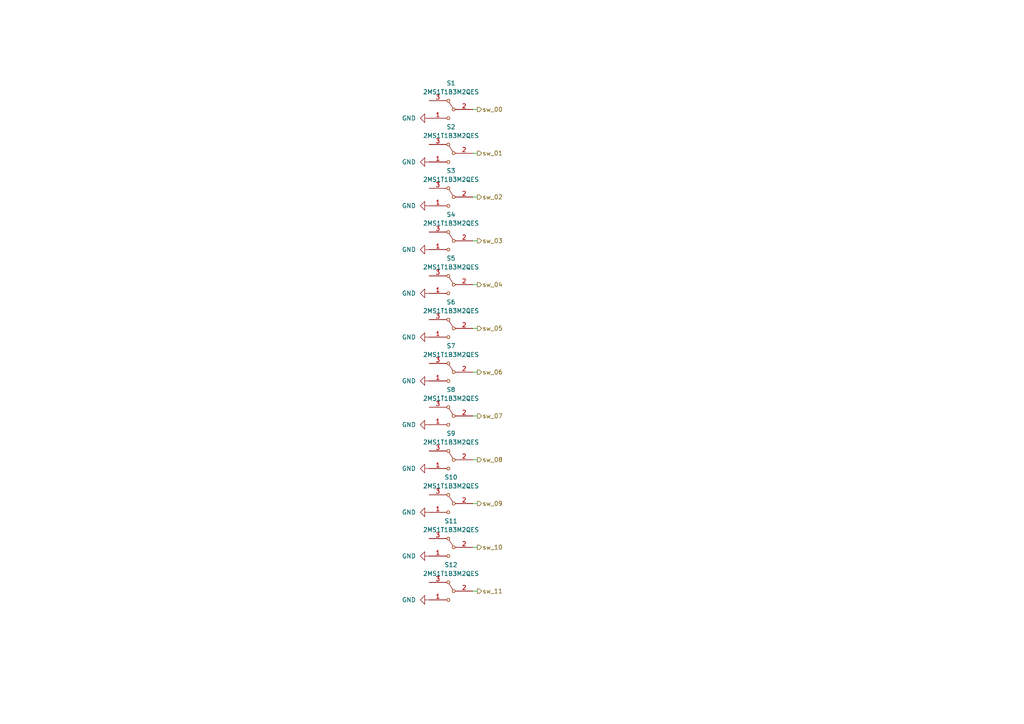
<source format=kicad_sch>
(kicad_sch (version 20250114) (generator "eeschema") (generator_version "9.0")
  (paper "A4")
  (title_block (title "lx-deciim") (date "2025-06-17") (rev "v1.0.0") (company "Lucas Bonvin") (comment 1 "This project is licensed under the CC BY-NC 4.0 License."))
  (lib_symbols
    (symbol "2MS1T1B3M2QES:2MS1T1B3M2QES"
      (property "Reference" "S" (at -0.508 7.874 0))
      (property "Value" "2MS1T1B3M2QES" (at -0.254 6.096 0))
      (symbol "2MS1T1B3M2QES_1_1"
        (circle (center 5.588 0) (radius 0.4399) (fill (type background)))
        (polyline (pts (xy 5.842 0.508) (xy 6.858 2.032)))
        (circle (center 7.112 2.54) (radius 0.4399) (fill (type background)))
        (circle (center 7.112 -2.54) (radius 0.4399) (fill (type background)))
        (pin passive line (at 0 0 0) (length 5.08) (name "") (number "2"))
        (pin passive line (at 12.7 2.54 180) (length 5.08) (name "") (number "3"))
        (pin passive line (at 12.7 -2.54 180) (length 5.08) (name "") (number "1"))
      )
    )
    (symbol "power:GNDS" (power) (pin_names (offset 0))
      (property "Value" "GNDS" (at 0 -3.81 0))
      (symbol "GNDS_0_1"
        (polyline (pts (xy 0 0) (xy 0 -1.27) (xy 1.27 -1.27) (xy 0 -2.54) (xy -1.27 -1.27) (xy 0 -1.27)))
      )
      (symbol "GNDS_1_1"
        (pin power_in line (at 0 0 270) (length 0) (hide yes) (name "GNDS") (number "1"))
      )
    )
  )
  (wire (pts (xy 138.43 44.45) (xy 137.16 44.45)))
  (wire (pts (xy 138.43 120.65) (xy 137.16 120.65)))
  (wire (pts (xy 138.43 95.25) (xy 137.16 95.25)))
  (wire (pts (xy 138.43 69.85) (xy 137.16 69.85)))
  (wire (pts (xy 138.43 31.75) (xy 137.16 31.75)))
  (wire (pts (xy 138.43 146.05) (xy 137.16 146.05)))
  (wire (pts (xy 138.43 82.55) (xy 137.16 82.55)))
  (wire (pts (xy 138.43 57.15) (xy 137.16 57.15)))
  (wire (pts (xy 138.43 171.45) (xy 137.16 171.45)))
  (wire (pts (xy 138.43 107.95) (xy 137.16 107.95)))
  (wire (pts (xy 138.43 158.75) (xy 137.16 158.75)))
  (wire (pts (xy 138.43 133.35) (xy 137.16 133.35)))
  (hierarchical_label "sw_07" (shape output) (at 138.43 120.65 0))
  (hierarchical_label "sw_00" (shape output) (at 138.43 31.75 0))
  (hierarchical_label "sw_10" (shape output) (at 138.43 158.75 0))
  (hierarchical_label "sw_06" (shape output) (at 138.43 107.95 0))
  (hierarchical_label "sw_08" (shape output) (at 138.43 133.35 0))
  (hierarchical_label "sw_03" (shape output) (at 138.43 69.85 0))
  (hierarchical_label "sw_02" (shape output) (at 138.43 57.15 0))
  (hierarchical_label "sw_09" (shape output) (at 138.43 146.05 0))
  (hierarchical_label "sw_11" (shape output) (at 138.43 171.45 0))
  (hierarchical_label "sw_01" (shape output) (at 138.43 44.45 0))
  (hierarchical_label "sw_04" (shape output) (at 138.43 82.55 0))
  (hierarchical_label "sw_05" (shape output) (at 138.43 95.25 0))
  (symbol (lib_id "2MS1T1B3M2QES:2MS1T1B3M2QES") (at 137.16 57.15 0) (mirror y) (unit 1)
    (property "Reference" "S3" (at 130.81 49.53 0))
    (property "Value" "2MS1T1B3M2QES" (at 130.81 52.07 0))
    (property "Footprint" "2MS1T1B3M2QES" (effects (hide yes)))
    (property "Datasheet" "https://www.mouser.it/datasheet/2/979/Dailywell_01132020_2M_Series-1708785.pdf" (effects (hide yes)))
    (property "Description" "Toggle Switches SPDT ON-ON" (effects (hide yes)))
    (property "Height" "23.63" (effects (hide yes)))
    (property "Mouser Part Number" "118-2MS1T1B3M2QES" (effects (hide yes)))
    (property "Mouser Price/Stock" "https://www.mouser.co.uk/ProductDetail/Dailywell/2MS1T1B3M2QES?qs=B6kkDfuK7%2FC8dKx8sZvGxg%3D%3D" (effects (hide yes)))
    (property "Manufacturer_Name" "Dailywell" (effects (hide yes)))
    (property "Manufacturer_Part_Number" "2MS1T1B3M2QES" (effects (hide yes)))
  )
  (symbol (lib_id "power:GNDS") (at 124.46 34.29 270) (unit 1)
    (property "Reference" "#PWR071" (effects (hide yes)))
    (property "Value" "GND" (at 120.65 34.2899 90) (effects (justify right)))
  )
  (symbol (lib_id "power:GNDS") (at 124.46 72.39 270) (unit 1)
    (property "Reference" "#PWR074" (effects (hide yes)))
    (property "Value" "GND" (at 120.65 72.3899 90) (effects (justify right)))
  )
  (symbol (lib_id "power:GNDS") (at 124.46 123.19 270) (unit 1)
    (property "Reference" "#PWR078" (effects (hide yes)))
    (property "Value" "GND" (at 120.65 123.1899 90) (effects (justify right)))
  )
  (symbol (lib_id "power:GNDS") (at 124.46 46.99 270) (unit 1)
    (property "Reference" "#PWR072" (effects (hide yes)))
    (property "Value" "GND" (at 120.65 46.9899 90) (effects (justify right)))
  )
  (symbol (lib_id "power:GNDS") (at 124.46 135.89 270) (unit 1)
    (property "Reference" "#PWR079" (effects (hide yes)))
    (property "Value" "GND" (at 120.65 135.8899 90) (effects (justify right)))
  )
  (symbol (lib_id "2MS1T1B3M2QES:2MS1T1B3M2QES") (at 137.16 133.35 0) (mirror y) (unit 1)
    (property "Reference" "S9" (at 130.81 125.73 0))
    (property "Value" "2MS1T1B3M2QES" (at 130.81 128.27 0))
    (property "Footprint" "2MS1T1B3M2QES" (effects (hide yes)))
    (property "Datasheet" "https://www.mouser.it/datasheet/2/979/Dailywell_01132020_2M_Series-1708785.pdf" (effects (hide yes)))
    (property "Description" "Toggle Switches SPDT ON-ON" (effects (hide yes)))
    (property "Height" "23.63" (effects (hide yes)))
    (property "Mouser Part Number" "118-2MS1T1B3M2QES" (effects (hide yes)))
    (property "Mouser Price/Stock" "https://www.mouser.co.uk/ProductDetail/Dailywell/2MS1T1B3M2QES?qs=B6kkDfuK7%2FC8dKx8sZvGxg%3D%3D" (effects (hide yes)))
    (property "Manufacturer_Name" "Dailywell" (effects (hide yes)))
    (property "Manufacturer_Part_Number" "2MS1T1B3M2QES" (effects (hide yes)))
  )
  (symbol (lib_id "power:GNDS") (at 124.46 110.49 270) (unit 1)
    (property "Reference" "#PWR077" (effects (hide yes)))
    (property "Value" "GND" (at 120.65 110.4899 90) (effects (justify right)))
  )
  (symbol (lib_id "2MS1T1B3M2QES:2MS1T1B3M2QES") (at 137.16 82.55 0) (mirror y) (unit 1)
    (property "Reference" "S5" (at 130.81 74.93 0))
    (property "Value" "2MS1T1B3M2QES" (at 130.81 77.47 0))
    (property "Footprint" "2MS1T1B3M2QES" (effects (hide yes)))
    (property "Datasheet" "https://www.mouser.it/datasheet/2/979/Dailywell_01132020_2M_Series-1708785.pdf" (effects (hide yes)))
    (property "Description" "Toggle Switches SPDT ON-ON" (effects (hide yes)))
    (property "Height" "23.63" (effects (hide yes)))
    (property "Mouser Part Number" "118-2MS1T1B3M2QES" (effects (hide yes)))
    (property "Mouser Price/Stock" "https://www.mouser.co.uk/ProductDetail/Dailywell/2MS1T1B3M2QES?qs=B6kkDfuK7%2FC8dKx8sZvGxg%3D%3D" (effects (hide yes)))
    (property "Manufacturer_Name" "Dailywell" (effects (hide yes)))
    (property "Manufacturer_Part_Number" "2MS1T1B3M2QES" (effects (hide yes)))
  )
  (symbol (lib_id "2MS1T1B3M2QES:2MS1T1B3M2QES") (at 137.16 158.75 0) (mirror y) (unit 1)
    (property "Reference" "S11" (at 130.81 151.13 0))
    (property "Value" "2MS1T1B3M2QES" (at 130.81 153.67 0))
    (property "Footprint" "2MS1T1B3M2QES" (effects (hide yes)))
    (property "Datasheet" "https://www.mouser.it/datasheet/2/979/Dailywell_01132020_2M_Series-1708785.pdf" (effects (hide yes)))
    (property "Description" "Toggle Switches SPDT ON-ON" (effects (hide yes)))
    (property "Height" "23.63" (effects (hide yes)))
    (property "Mouser Part Number" "118-2MS1T1B3M2QES" (effects (hide yes)))
    (property "Mouser Price/Stock" "https://www.mouser.co.uk/ProductDetail/Dailywell/2MS1T1B3M2QES?qs=B6kkDfuK7%2FC8dKx8sZvGxg%3D%3D" (effects (hide yes)))
    (property "Manufacturer_Name" "Dailywell" (effects (hide yes)))
    (property "Manufacturer_Part_Number" "2MS1T1B3M2QES" (effects (hide yes)))
  )
  (symbol (lib_id "power:GNDS") (at 124.46 148.59 270) (unit 1)
    (property "Reference" "#PWR080" (effects (hide yes)))
    (property "Value" "GND" (at 120.65 148.5899 90) (effects (justify right)))
  )
  (symbol (lib_id "2MS1T1B3M2QES:2MS1T1B3M2QES") (at 137.16 120.65 0) (mirror y) (unit 1)
    (property "Reference" "S8" (at 130.81 113.03 0))
    (property "Value" "2MS1T1B3M2QES" (at 130.81 115.57 0))
    (property "Footprint" "2MS1T1B3M2QES" (effects (hide yes)))
    (property "Datasheet" "https://www.mouser.it/datasheet/2/979/Dailywell_01132020_2M_Series-1708785.pdf" (effects (hide yes)))
    (property "Description" "Toggle Switches SPDT ON-ON" (effects (hide yes)))
    (property "Height" "23.63" (effects (hide yes)))
    (property "Mouser Part Number" "118-2MS1T1B3M2QES" (effects (hide yes)))
    (property "Mouser Price/Stock" "https://www.mouser.co.uk/ProductDetail/Dailywell/2MS1T1B3M2QES?qs=B6kkDfuK7%2FC8dKx8sZvGxg%3D%3D" (effects (hide yes)))
    (property "Manufacturer_Name" "Dailywell" (effects (hide yes)))
    (property "Manufacturer_Part_Number" "2MS1T1B3M2QES" (effects (hide yes)))
  )
  (symbol (lib_id "2MS1T1B3M2QES:2MS1T1B3M2QES") (at 137.16 107.95 0) (mirror y) (unit 1)
    (property "Reference" "S7" (at 130.81 100.33 0))
    (property "Value" "2MS1T1B3M2QES" (at 130.81 102.87 0))
    (property "Footprint" "2MS1T1B3M2QES" (effects (hide yes)))
    (property "Datasheet" "https://www.mouser.it/datasheet/2/979/Dailywell_01132020_2M_Series-1708785.pdf" (effects (hide yes)))
    (property "Description" "Toggle Switches SPDT ON-ON" (effects (hide yes)))
    (property "Height" "23.63" (effects (hide yes)))
    (property "Mouser Part Number" "118-2MS1T1B3M2QES" (effects (hide yes)))
    (property "Mouser Price/Stock" "https://www.mouser.co.uk/ProductDetail/Dailywell/2MS1T1B3M2QES?qs=B6kkDfuK7%2FC8dKx8sZvGxg%3D%3D" (effects (hide yes)))
    (property "Manufacturer_Name" "Dailywell" (effects (hide yes)))
    (property "Manufacturer_Part_Number" "2MS1T1B3M2QES" (effects (hide yes)))
  )
  (symbol (lib_id "power:GNDS") (at 124.46 85.09 270) (unit 1)
    (property "Reference" "#PWR075" (effects (hide yes)))
    (property "Value" "GND" (at 120.65 85.0899 90) (effects (justify right)))
  )
  (symbol (lib_id "power:GNDS") (at 124.46 59.69 270) (unit 1)
    (property "Reference" "#PWR073" (effects (hide yes)))
    (property "Value" "GND" (at 120.65 59.6899 90) (effects (justify right)))
  )
  (symbol (lib_id "power:GNDS") (at 124.46 161.29 270) (unit 1)
    (property "Reference" "#PWR081" (effects (hide yes)))
    (property "Value" "GND" (at 120.65 161.2899 90) (effects (justify right)))
  )
  (symbol (lib_id "power:GNDS") (at 124.46 173.99 270) (unit 1)
    (property "Reference" "#PWR082" (effects (hide yes)))
    (property "Value" "GND" (at 120.65 173.9899 90) (effects (justify right)))
  )
  (symbol (lib_id "2MS1T1B3M2QES:2MS1T1B3M2QES") (at 137.16 171.45 0) (mirror y) (unit 1)
    (property "Reference" "S12" (at 130.81 163.83 0))
    (property "Value" "2MS1T1B3M2QES" (at 130.81 166.37 0))
    (property "Footprint" "2MS1T1B3M2QES" (effects (hide yes)))
    (property "Datasheet" "https://www.mouser.it/datasheet/2/979/Dailywell_01132020_2M_Series-1708785.pdf" (effects (hide yes)))
    (property "Description" "Toggle Switches SPDT ON-ON" (effects (hide yes)))
    (property "Height" "23.63" (effects (hide yes)))
    (property "Mouser Part Number" "118-2MS1T1B3M2QES" (effects (hide yes)))
    (property "Mouser Price/Stock" "https://www.mouser.co.uk/ProductDetail/Dailywell/2MS1T1B3M2QES?qs=B6kkDfuK7%2FC8dKx8sZvGxg%3D%3D" (effects (hide yes)))
    (property "Manufacturer_Name" "Dailywell" (effects (hide yes)))
    (property "Manufacturer_Part_Number" "2MS1T1B3M2QES" (effects (hide yes)))
  )
  (symbol (lib_id "power:GNDS") (at 124.46 97.79 270) (unit 1)
    (property "Reference" "#PWR076" (effects (hide yes)))
    (property "Value" "GND" (at 120.65 97.7899 90) (effects (justify right)))
  )
  (symbol (lib_id "2MS1T1B3M2QES:2MS1T1B3M2QES") (at 137.16 95.25 0) (mirror y) (unit 1)
    (property "Reference" "S6" (at 130.81 87.63 0))
    (property "Value" "2MS1T1B3M2QES" (at 130.81 90.17 0))
    (property "Footprint" "2MS1T1B3M2QES" (effects (hide yes)))
    (property "Datasheet" "https://www.mouser.it/datasheet/2/979/Dailywell_01132020_2M_Series-1708785.pdf" (effects (hide yes)))
    (property "Description" "Toggle Switches SPDT ON-ON" (effects (hide yes)))
    (property "Height" "23.63" (effects (hide yes)))
    (property "Mouser Part Number" "118-2MS1T1B3M2QES" (effects (hide yes)))
    (property "Mouser Price/Stock" "https://www.mouser.co.uk/ProductDetail/Dailywell/2MS1T1B3M2QES?qs=B6kkDfuK7%2FC8dKx8sZvGxg%3D%3D" (effects (hide yes)))
    (property "Manufacturer_Name" "Dailywell" (effects (hide yes)))
    (property "Manufacturer_Part_Number" "2MS1T1B3M2QES" (effects (hide yes)))
  )
  (symbol (lib_id "2MS1T1B3M2QES:2MS1T1B3M2QES") (at 137.16 69.85 0) (mirror y) (unit 1)
    (property "Reference" "S4" (at 130.81 62.23 0))
    (property "Value" "2MS1T1B3M2QES" (at 130.81 64.77 0))
    (property "Footprint" "2MS1T1B3M2QES" (effects (hide yes)))
    (property "Datasheet" "https://www.mouser.it/datasheet/2/979/Dailywell_01132020_2M_Series-1708785.pdf" (effects (hide yes)))
    (property "Description" "Toggle Switches SPDT ON-ON" (effects (hide yes)))
    (property "Height" "23.63" (effects (hide yes)))
    (property "Mouser Part Number" "118-2MS1T1B3M2QES" (effects (hide yes)))
    (property "Mouser Price/Stock" "https://www.mouser.co.uk/ProductDetail/Dailywell/2MS1T1B3M2QES?qs=B6kkDfuK7%2FC8dKx8sZvGxg%3D%3D" (effects (hide yes)))
    (property "Manufacturer_Name" "Dailywell" (effects (hide yes)))
    (property "Manufacturer_Part_Number" "2MS1T1B3M2QES" (effects (hide yes)))
  )
  (symbol (lib_id "2MS1T1B3M2QES:2MS1T1B3M2QES") (at 137.16 44.45 0) (mirror y) (unit 1)
    (property "Reference" "S2" (at 130.81 36.83 0))
    (property "Value" "2MS1T1B3M2QES" (at 130.81 39.37 0))
    (property "Footprint" "2MS1T1B3M2QES" (effects (hide yes)))
    (property "Datasheet" "https://www.mouser.it/datasheet/2/979/Dailywell_01132020_2M_Series-1708785.pdf" (effects (hide yes)))
    (property "Description" "Toggle Switches SPDT ON-ON" (effects (hide yes)))
    (property "Height" "23.63" (effects (hide yes)))
    (property "Mouser Part Number" "118-2MS1T1B3M2QES" (effects (hide yes)))
    (property "Mouser Price/Stock" "https://www.mouser.co.uk/ProductDetail/Dailywell/2MS1T1B3M2QES?qs=B6kkDfuK7%2FC8dKx8sZvGxg%3D%3D" (effects (hide yes)))
    (property "Manufacturer_Name" "Dailywell" (effects (hide yes)))
    (property "Manufacturer_Part_Number" "2MS1T1B3M2QES" (effects (hide yes)))
  )
  (symbol (lib_id "2MS1T1B3M2QES:2MS1T1B3M2QES") (at 137.16 31.75 0) (mirror y) (unit 1)
    (property "Reference" "S1" (at 130.81 24.13 0))
    (property "Value" "2MS1T1B3M2QES" (at 130.81 26.67 0))
    (property "Footprint" "2MS1T1B3M2QES" (effects (hide yes)))
    (property "Datasheet" "https://www.mouser.it/datasheet/2/979/Dailywell_01132020_2M_Series-1708785.pdf" (effects (hide yes)))
    (property "Description" "Toggle Switches SPDT ON-ON" (effects (hide yes)))
    (property "Height" "23.63" (effects (hide yes)))
    (property "Mouser Part Number" "118-2MS1T1B3M2QES" (effects (hide yes)))
    (property "Mouser Price/Stock" "https://www.mouser.co.uk/ProductDetail/Dailywell/2MS1T1B3M2QES?qs=B6kkDfuK7%2FC8dKx8sZvGxg%3D%3D" (effects (hide yes)))
    (property "Manufacturer_Name" "Dailywell" (effects (hide yes)))
    (property "Manufacturer_Part_Number" "2MS1T1B3M2QES" (effects (hide yes)))
  )
  (symbol (lib_id "2MS1T1B3M2QES:2MS1T1B3M2QES") (at 137.16 146.05 0) (mirror y) (unit 1)
    (property "Reference" "S10" (at 130.81 138.43 0))
    (property "Value" "2MS1T1B3M2QES" (at 130.81 140.97 0))
    (property "Footprint" "2MS1T1B3M2QES" (effects (hide yes)))
    (property "Datasheet" "https://www.mouser.it/datasheet/2/979/Dailywell_01132020_2M_Series-1708785.pdf" (effects (hide yes)))
    (property "Description" "Toggle Switches SPDT ON-ON" (effects (hide yes)))
    (property "Height" "23.63" (effects (hide yes)))
    (property "Mouser Part Number" "118-2MS1T1B3M2QES" (effects (hide yes)))
    (property "Mouser Price/Stock" "https://www.mouser.co.uk/ProductDetail/Dailywell/2MS1T1B3M2QES?qs=B6kkDfuK7%2FC8dKx8sZvGxg%3D%3D" (effects (hide yes)))
    (property "Manufacturer_Name" "Dailywell" (effects (hide yes)))
    (property "Manufacturer_Part_Number" "2MS1T1B3M2QES" (effects (hide yes)))
  )
)
</source>
